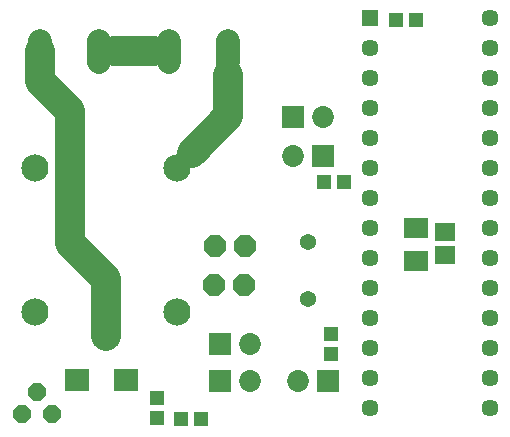
<source format=gbr>
G04 EAGLE Gerber X2 export*
%TF.Part,Single*%
%TF.FileFunction,Soldermask,Bot,1*%
%TF.FilePolarity,Negative*%
%TF.GenerationSoftware,Autodesk,EAGLE,9.1.3*%
%TF.CreationDate,2018-11-21T18:37:06Z*%
G75*
%MOMM*%
%FSLAX34Y34*%
%LPD*%
%AMOC8*
5,1,8,0,0,1.08239X$1,22.5*%
G01*
%ADD10C,2.540000*%
%ADD11P,1.951982X8X202.500000*%
%ADD12R,1.444200X1.444200*%
%ADD13C,1.444200*%
%ADD14R,1.203200X1.303200*%
%ADD15C,1.371200*%
%ADD16R,1.853200X1.853200*%
%ADD17C,1.853200*%
%ADD18C,2.303200*%
%ADD19P,1.649562X8X22.500000*%
%ADD20R,1.303200X1.203200*%
%ADD21C,1.993900*%
%ADD22R,2.003200X1.803200*%
%ADD23R,1.703200X1.503200*%
%ADD24R,2.003200X1.903200*%


D10*
X63500Y289960D02*
X63500Y177800D01*
X93910Y147390D01*
X93910Y99590D01*
X101200Y340360D02*
X135020Y340360D01*
X197720Y320040D02*
X197720Y290480D01*
X197720Y285400D02*
X166610Y254290D01*
X63500Y289960D02*
X38500Y314960D01*
X38500Y340360D01*
D11*
X212090Y175260D03*
X186690Y175260D03*
X210820Y142240D03*
X185420Y142240D03*
D12*
X317500Y368300D03*
D13*
X317500Y342900D03*
X317500Y317500D03*
X317500Y292100D03*
X317500Y266700D03*
X317500Y241300D03*
X317500Y215900D03*
X317500Y190500D03*
X317500Y165100D03*
X317500Y139700D03*
X317500Y114300D03*
X317500Y88900D03*
X317500Y63500D03*
X317500Y38100D03*
X419100Y38100D03*
X419100Y63500D03*
X419100Y88900D03*
X419100Y114300D03*
X419100Y139700D03*
X419100Y165100D03*
X419100Y190500D03*
X419100Y215900D03*
X419100Y241300D03*
X419100Y266700D03*
X419100Y292100D03*
X419100Y317500D03*
X419100Y342900D03*
X419100Y368300D03*
D14*
X339480Y367030D03*
X356480Y367030D03*
D15*
X265430Y130540D03*
X265430Y179340D03*
D16*
X278130Y251460D03*
D17*
X252730Y251460D03*
D16*
X252730Y284480D03*
D17*
X278130Y284480D03*
D14*
X278520Y229870D03*
X295520Y229870D03*
D18*
X33910Y241590D03*
X33910Y119590D03*
X93910Y99590D03*
X153910Y119590D03*
X153910Y241590D03*
D19*
X48260Y33020D03*
X35560Y52070D03*
X22860Y33020D03*
D20*
X137160Y29600D03*
X137160Y46600D03*
D14*
X174870Y29210D03*
X157870Y29210D03*
D21*
X88500Y331407D02*
X88500Y349314D01*
X38500Y349314D02*
X38500Y331407D01*
X197720Y331407D02*
X197720Y349314D01*
X147720Y349314D02*
X147720Y331407D01*
D16*
X190500Y60960D03*
D17*
X215900Y60960D03*
D22*
X356870Y190530D03*
X356870Y162530D03*
D23*
X381000Y187300D03*
X381000Y168300D03*
D24*
X110670Y62230D03*
X69670Y62230D03*
D16*
X281940Y60960D03*
D17*
X256540Y60960D03*
D20*
X284480Y84210D03*
X284480Y101210D03*
D16*
X190500Y92710D03*
D17*
X215900Y92710D03*
M02*

</source>
